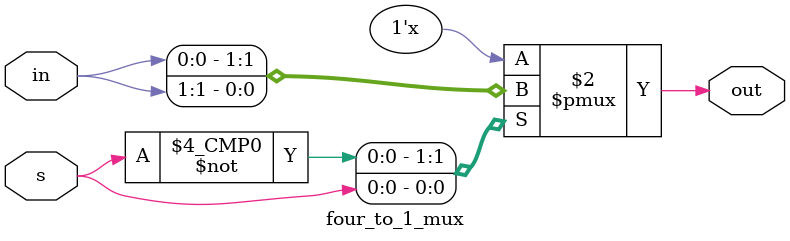
<source format=v>
module four_to_1_mux(out, in, s);

input [3:0] in;
input s;

output reg out;

always @(*)
begin
	case(s)
	
		2'b00 : out = in[0];
		2'b01 : out = in[1];
		2'b10 : out = in[2];
		2'b11 : out = in[3];
	endcase
end
	endmodule

</source>
